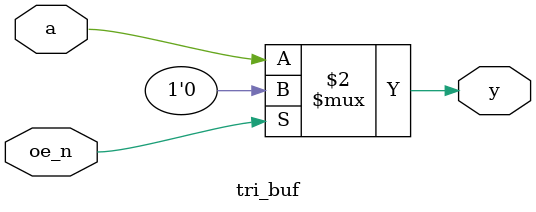
<source format=v>
`timescale 1ns/1ps
`default_nettype none

module tri_buf(y, a, oe_n);
    parameter delay = 13;
    input wire a;
    input wire oe_n;
    output wire y;

    assign y = (oe_n == 1'b0) ? a : 1'b0;
endmodule
`default_nettype wire

</source>
